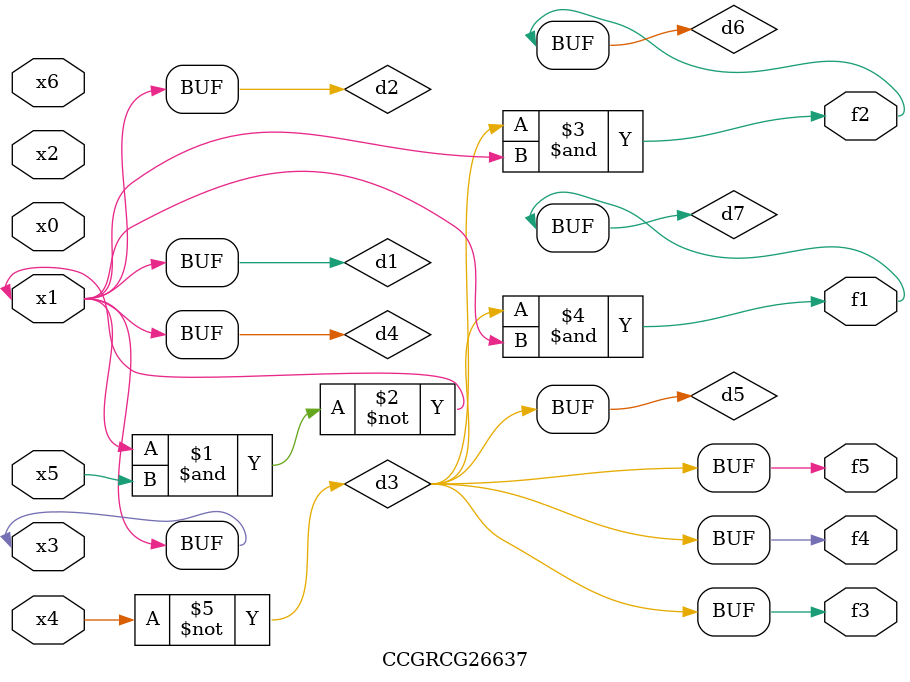
<source format=v>
module CCGRCG26637(
	input x0, x1, x2, x3, x4, x5, x6,
	output f1, f2, f3, f4, f5
);

	wire d1, d2, d3, d4, d5, d6, d7;

	buf (d1, x1, x3);
	nand (d2, x1, x5);
	not (d3, x4);
	buf (d4, d1, d2);
	buf (d5, d3);
	and (d6, d3, d4);
	and (d7, d3, d4);
	assign f1 = d7;
	assign f2 = d6;
	assign f3 = d5;
	assign f4 = d5;
	assign f5 = d5;
endmodule

</source>
